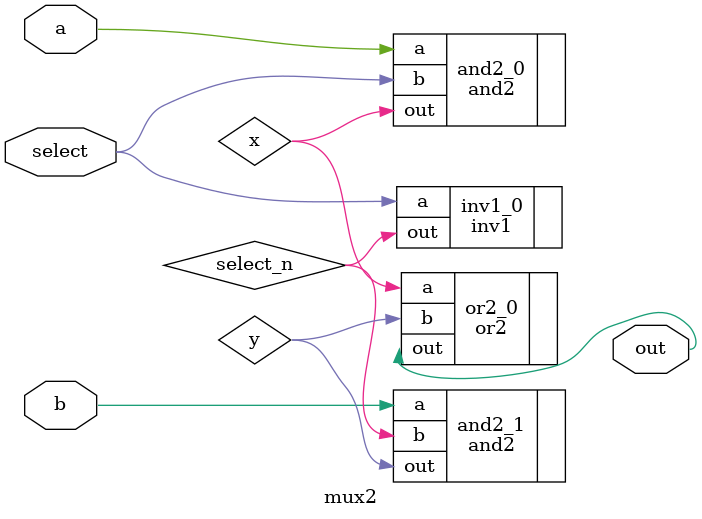
<source format=v>
module mux2 (
    input  a,
    input  b,
    input  select,
    output out
);

    inv1 inv1_0 (
        .a  (select),
        .out(select_n)
    );

    and2 and2_0 (
        .a  (a),
        .b  (select),
        .out(x)
    );

    and2 and2_1 (
        .a  (b),
        .b  (select_n),
        .out(y)
    );

    or2 or2_0 (
        .a  (x),
        .b  (y),
        .out(out)
    );

endmodule

</source>
